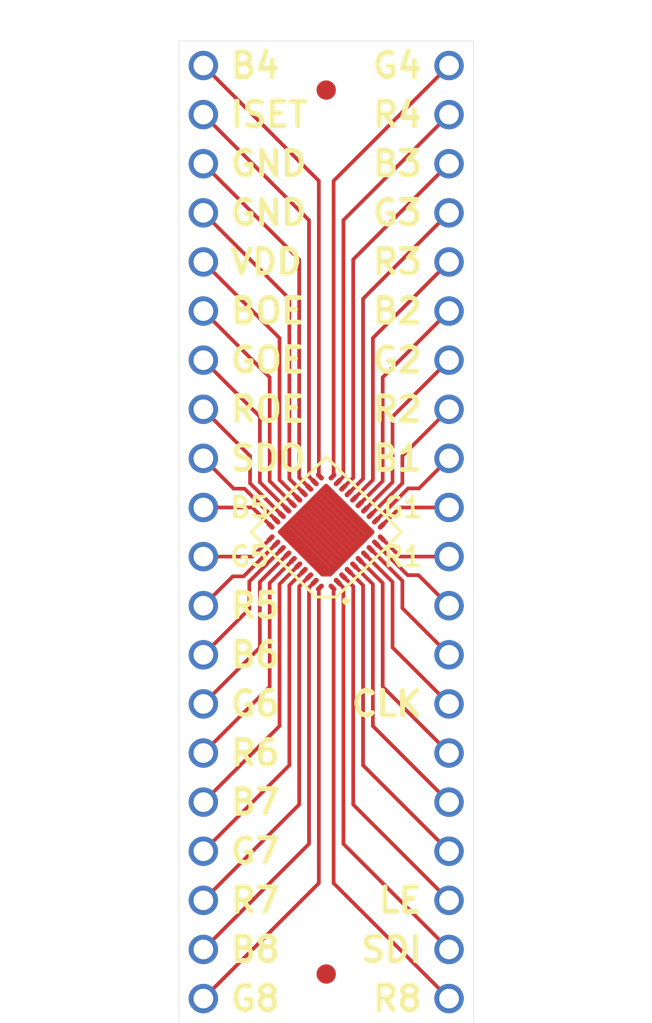
<source format=kicad_pcb>
(kicad_pcb (version 4) (host pcbnew 4.0.3-stable)

  (general
    (links 0)
    (no_connects 0)
    (area 117.627904 47.612 151.612096 104.126)
    (thickness 1.6)
    (drawings 39)
    (tracks 117)
    (zones 0)
    (modules 4)
    (nets 1)
  )

  (page USLetter)
  (title_block
    (title "ST LED2472G Breakout Board")
    (date 2016-08-31)
    (rev 1)
    (company Bulbtack)
  )

  (layers
    (0 F.Cu signal)
    (31 B.Cu signal)
    (32 B.Adhes user)
    (33 F.Adhes user)
    (34 B.Paste user)
    (35 F.Paste user)
    (36 B.SilkS user)
    (37 F.SilkS user)
    (38 B.Mask user)
    (39 F.Mask user)
    (40 Dwgs.User user)
    (41 Cmts.User user)
    (42 Eco1.User user)
    (43 Eco2.User user)
    (44 Edge.Cuts user)
    (45 Margin user)
    (46 B.CrtYd user)
    (47 F.CrtYd user)
    (48 B.Fab user)
    (49 F.Fab user)
  )

  (setup
    (last_trace_width 0.1905)
    (user_trace_width 0.1016)
    (user_trace_width 0.1905)
    (user_trace_width 0.254)
    (trace_clearance 0.1905)
    (zone_clearance 0.508)
    (zone_45_only no)
    (trace_min 0.1016)
    (segment_width 0.2)
    (edge_width 0.0254)
    (via_size 0.6)
    (via_drill 0.4)
    (via_min_size 0.4)
    (via_min_drill 0.3)
    (uvia_size 0.3)
    (uvia_drill 0.1)
    (uvias_allowed no)
    (uvia_min_size 0.2)
    (uvia_min_drill 0.1)
    (pcb_text_width 0.3)
    (pcb_text_size 1.5 1.5)
    (mod_edge_width 0.15)
    (mod_text_size 1 1)
    (mod_text_width 0.15)
    (pad_size 1.524 1.524)
    (pad_drill 0.762)
    (pad_to_mask_clearance 0.2)
    (aux_axis_origin 139.7 76.2)
    (grid_origin 139.7 76.2)
    (visible_elements 7FFEFFFF)
    (pcbplotparams
      (layerselection 0x010f8_80000001)
      (usegerberextensions false)
      (excludeedgelayer true)
      (linewidth 0.100000)
      (plotframeref false)
      (viasonmask false)
      (mode 1)
      (useauxorigin false)
      (hpglpennumber 1)
      (hpglpenspeed 20)
      (hpglpendiameter 15)
      (hpglpenoverlay 2)
      (psnegative false)
      (psa4output false)
      (plotreference true)
      (plotvalue true)
      (plotinvisibletext false)
      (padsonsilk false)
      (subtractmaskfromsilk false)
      (outputformat 1)
      (mirror false)
      (drillshape 0)
      (scaleselection 1)
      (outputdirectory exports/MLPG40-EP-5x5/))
  )

  (net 0 "")

  (net_class Default "This is the default net class."
    (clearance 0.1905)
    (trace_width 0.1905)
    (via_dia 0.6)
    (via_drill 0.4)
    (uvia_dia 0.3)
    (uvia_drill 0.1)
  )

  (net_class 10 ""
    (clearance 0.254)
    (trace_width 0.254)
    (via_dia 0.6)
    (via_drill 0.4)
    (uvia_dia 0.3)
    (uvia_drill 0.1)
  )

  (module "breakout-boards:2x20(x5)" (layer F.Cu) (tedit 57AABE66) (tstamp 57AABFA8)
    (at 147.32 101.6)
    (fp_text reference REF** (at 0 26.67) (layer F.SilkS) hide
      (effects (font (size 1 1) (thickness 0.15)))
    )
    (fp_text value "2x20(x5)" (at 0 -26.67) (layer F.Fab)
      (effects (font (size 1 1) (thickness 0.15)))
    )
    (pad 1 thru_hole circle (at 6.35 24.13) (size 1.524 1.524) (drill 1.016) (layers *.Cu *.Mask))
    (pad 2 thru_hole circle (at 6.35 21.59) (size 1.524 1.524) (drill 1.016) (layers *.Cu *.Mask))
    (pad 3 thru_hole circle (at 6.35 19.05) (size 1.524 1.524) (drill 1.016) (layers *.Cu *.Mask))
    (pad 4 thru_hole circle (at 6.35 16.51) (size 1.524 1.524) (drill 1.016) (layers *.Cu *.Mask))
    (pad 5 thru_hole circle (at 6.35 13.97) (size 1.524 1.524) (drill 1.016) (layers *.Cu *.Mask))
    (pad 6 thru_hole circle (at 6.35 11.43) (size 1.524 1.524) (drill 1.016) (layers *.Cu *.Mask))
    (pad 7 thru_hole circle (at 6.35 8.89) (size 1.524 1.524) (drill 1.016) (layers *.Cu *.Mask))
    (pad 8 thru_hole circle (at 6.35 6.35) (size 1.524 1.524) (drill 1.016) (layers *.Cu *.Mask))
    (pad 9 thru_hole circle (at 6.35 3.81) (size 1.524 1.524) (drill 1.016) (layers *.Cu *.Mask))
    (pad 10 thru_hole circle (at 6.35 1.27) (size 1.524 1.524) (drill 1.016) (layers *.Cu *.Mask))
    (pad 11 thru_hole circle (at 6.35 -1.27) (size 1.524 1.524) (drill 1.016) (layers *.Cu *.Mask))
    (pad 12 thru_hole circle (at 6.35 -3.81) (size 1.524 1.524) (drill 1.016) (layers *.Cu *.Mask))
    (pad 13 thru_hole circle (at 6.35 -6.35) (size 1.524 1.524) (drill 1.016) (layers *.Cu *.Mask))
    (pad 14 thru_hole circle (at 6.35 -8.89) (size 1.524 1.524) (drill 1.016) (layers *.Cu *.Mask))
    (pad 15 thru_hole circle (at 6.35 -11.43) (size 1.524 1.524) (drill 1.016) (layers *.Cu *.Mask))
    (pad 16 thru_hole circle (at 6.35 -13.97) (size 1.524 1.524) (drill 1.016) (layers *.Cu *.Mask))
    (pad 17 thru_hole circle (at 6.35 -16.51) (size 1.524 1.524) (drill 1.016) (layers *.Cu *.Mask))
    (pad 18 thru_hole circle (at 6.35 -19.05) (size 1.524 1.524) (drill 1.016) (layers *.Cu *.Mask))
    (pad 19 thru_hole circle (at 6.35 -21.59) (size 1.524 1.524) (drill 1.016) (layers *.Cu *.Mask))
    (pad 20 thru_hole circle (at 6.35 -24.13) (size 1.524 1.524) (drill 1.016) (layers *.Cu *.Mask))
    (pad 21 thru_hole circle (at -6.35 -24.13) (size 1.524 1.524) (drill 1.016) (layers *.Cu *.Mask))
    (pad 22 thru_hole circle (at -6.35 -21.59) (size 1.524 1.524) (drill 1.016) (layers *.Cu *.Mask))
    (pad 23 thru_hole circle (at -6.35 -19.05) (size 1.524 1.524) (drill 1.016) (layers *.Cu *.Mask))
    (pad 24 thru_hole circle (at -6.35 -16.51) (size 1.524 1.524) (drill 1.016) (layers *.Cu *.Mask))
    (pad 25 thru_hole circle (at -6.35 -13.97) (size 1.524 1.524) (drill 1.016) (layers *.Cu *.Mask))
    (pad 26 thru_hole circle (at -6.35 -11.43) (size 1.524 1.524) (drill 1.016) (layers *.Cu *.Mask))
    (pad 27 thru_hole circle (at -6.35 -8.89) (size 1.524 1.524) (drill 1.016) (layers *.Cu *.Mask))
    (pad 28 thru_hole circle (at -6.35 -6.35) (size 1.524 1.524) (drill 1.016) (layers *.Cu *.Mask))
    (pad 29 thru_hole circle (at -6.35 -3.81) (size 1.524 1.524) (drill 1.016) (layers *.Cu *.Mask))
    (pad 30 thru_hole circle (at -6.35 -1.27) (size 1.524 1.524) (drill 1.016) (layers *.Cu *.Mask))
    (pad 31 thru_hole circle (at -6.35 1.27) (size 1.524 1.524) (drill 1.016) (layers *.Cu *.Mask))
    (pad 32 thru_hole circle (at -6.35 3.81) (size 1.524 1.524) (drill 1.016) (layers *.Cu *.Mask))
    (pad 33 thru_hole circle (at -6.35 6.35) (size 1.524 1.524) (drill 1.016) (layers *.Cu *.Mask))
    (pad 34 thru_hole circle (at -6.35 8.89) (size 1.524 1.524) (drill 1.016) (layers *.Cu *.Mask))
    (pad 35 thru_hole circle (at -6.35 11.43) (size 1.524 1.524) (drill 1.016) (layers *.Cu *.Mask))
    (pad 36 thru_hole circle (at -6.35 13.97) (size 1.524 1.524) (drill 1.016) (layers *.Cu *.Mask))
    (pad 37 thru_hole circle (at -6.35 16.51) (size 1.524 1.524) (drill 1.016) (layers *.Cu *.Mask))
    (pad 38 thru_hole circle (at -6.35 19.05) (size 1.524 1.524) (drill 1.016) (layers *.Cu *.Mask))
    (pad 39 thru_hole circle (at -6.35 21.59) (size 1.524 1.524) (drill 1.016) (layers *.Cu *.Mask))
    (pad 40 thru_hole circle (at -6.35 24.13) (size 1.524 1.524) (drill 1.016) (layers *.Cu *.Mask))
  )

  (module breakout-boards:MLPQ40-EP-5x5 (layer F.Cu) (tedit 57AC0CBA) (tstamp 57AAC9F6)
    (at 147.32 101.6 315)
    (fp_text reference REF** (at 0 3.75 315) (layer F.SilkS) hide
      (effects (font (size 1 1) (thickness 0.15)))
    )
    (fp_text value MLPQ40-EP-5x5 (at 0 -3.75 315) (layer F.Fab)
      (effects (font (size 1 1) (thickness 0.15)))
    )
    (fp_line (start -1.75 -1.75) (end 1.75 -1.75) (layer F.Mask) (width 0.3))
    (fp_line (start -1.75 1.75) (end -1.75 -1.75) (layer F.Mask) (width 0.3))
    (fp_line (start 1.75 1.75) (end -1.75 1.75) (layer F.Mask) (width 0.3))
    (fp_line (start 1.75 -1.75) (end 1.75 1.75) (layer F.Mask) (width 0.3))
    (fp_circle (center 3.25 1.8) (end 3.35 1.8) (layer F.SilkS) (width 0.2))
    (fp_line (start 2.75 -2.75) (end -2.75 -2.75) (layer F.SilkS) (width 0.15))
    (fp_line (start -2.75 -2.75) (end -2.75 2.75) (layer F.SilkS) (width 0.15))
    (fp_line (start -2.75 2.75) (end 2 2.75) (layer F.SilkS) (width 0.15))
    (fp_line (start 2 2.75) (end 2.75 2) (layer F.SilkS) (width 0.15))
    (fp_line (start 2.75 2) (end 2.75 -2.75) (layer F.SilkS) (width 0.15))
    (fp_line (start -1.675 1.675) (end -1.675 -1.675) (layer F.Mask) (width 0.25))
    (fp_line (start 1.4 1.675) (end -1.675 1.675) (layer F.Mask) (width 0.25))
    (fp_line (start 1.675 -1.675) (end 1.675 1.4) (layer F.Mask) (width 0.25))
    (fp_line (start -1.675 -1.675) (end 1.675 -1.675) (layer F.Mask) (width 0.25))
    (fp_line (start 1.4 1.675) (end 1.675 1.4) (layer F.Mask) (width 0.25))
    (fp_line (start -1.55 -1.45) (end 1.55 -1.45) (layer F.Mask) (width 0.25))
    (fp_line (start -1.55 -1.2) (end 1.55 -1.2) (layer F.Mask) (width 0.25))
    (fp_line (start 1.55 -0.95) (end -1.55 -0.95) (layer F.Mask) (width 0.25))
    (fp_line (start -1.55 -0.7) (end 1.55 -0.7) (layer F.Mask) (width 0.25))
    (fp_line (start 1.55 -0.45) (end -1.55 -0.45) (layer F.Mask) (width 0.25))
    (fp_line (start -1.55 -0.2) (end 1.55 -0.2) (layer F.Mask) (width 0.25))
    (fp_line (start 1.55 0.05) (end -1.55 0.05) (layer F.Mask) (width 0.25))
    (fp_line (start -1.55 0.3) (end 1.55 0.3) (layer F.Mask) (width 0.25))
    (fp_line (start 1.55 0.55) (end -1.55 0.55) (layer F.Mask) (width 0.25))
    (fp_line (start -1.55 0.8) (end 1.55 0.8) (layer F.Mask) (width 0.25))
    (fp_line (start 1.55 1.05) (end -1.55 1.05) (layer F.Mask) (width 0.25))
    (fp_line (start -1.55 1.3) (end 1.55 1.3) (layer F.Mask) (width 0.25))
    (fp_line (start 1.45 1.5) (end -1.55 1.5) (layer F.Mask) (width 0.25))
    (fp_line (start 1.45 1.5) (end -1.55 1.5) (layer F.Cu) (width 0.25))
    (fp_line (start -1.55 1.3) (end 1.55 1.3) (layer F.Cu) (width 0.25))
    (fp_line (start 1.55 1.05) (end -1.55 1.05) (layer F.Cu) (width 0.25))
    (fp_line (start -1.55 0.8) (end 1.55 0.8) (layer F.Cu) (width 0.25))
    (fp_line (start 1.55 0.55) (end -1.55 0.55) (layer F.Cu) (width 0.25))
    (fp_line (start -1.55 0.3) (end 1.55 0.3) (layer F.Cu) (width 0.25))
    (fp_line (start 1.55 0.05) (end -1.55 0.05) (layer F.Cu) (width 0.25))
    (fp_line (start -1.55 -0.2) (end 1.55 -0.2) (layer F.Cu) (width 0.25))
    (fp_line (start 1.55 -0.45) (end -1.55 -0.45) (layer F.Cu) (width 0.25))
    (fp_line (start -1.55 -0.7) (end 1.55 -0.7) (layer F.Cu) (width 0.25))
    (fp_line (start 1.55 -0.95) (end -1.55 -0.95) (layer F.Cu) (width 0.25))
    (fp_line (start -1.55 -1.2) (end 1.55 -1.2) (layer F.Cu) (width 0.25))
    (fp_line (start -1.55 -1.45) (end 1.55 -1.45) (layer F.Cu) (width 0.25))
    (fp_line (start 1.4 1.675) (end 1.675 1.4) (layer F.Cu) (width 0.25))
    (fp_line (start -1.675 -1.675) (end 1.675 -1.675) (layer F.Cu) (width 0.25))
    (fp_line (start 1.675 -1.675) (end 1.675 1.4) (layer F.Cu) (width 0.25))
    (fp_line (start 1.4 1.675) (end -1.675 1.675) (layer F.Cu) (width 0.25))
    (fp_line (start -1.675 1.675) (end -1.675 -1.675) (layer F.Cu) (width 0.25))
    (pad 1 smd oval (at 2.2615 1.8 315) (size 0.477 0.25) (layers F.Cu F.Paste F.Mask))
    (pad 2 smd oval (at 2.25 1.4 315) (size 0.5 0.25) (layers F.Cu F.Paste F.Mask))
    (pad 3 smd oval (at 2.25 1 315) (size 0.5 0.25) (layers F.Cu F.Paste F.Mask))
    (pad 4 smd oval (at 2.25 0.6 315) (size 0.5 0.25) (layers F.Cu F.Paste F.Mask))
    (pad 5 smd oval (at 2.25 0.2 315) (size 0.5 0.25) (layers F.Cu F.Paste F.Mask))
    (pad 6 smd oval (at 2.25 -0.2 315) (size 0.5 0.25) (layers F.Cu F.Paste F.Mask))
    (pad 7 smd oval (at 2.25 -0.6 315) (size 0.5 0.25) (layers F.Cu F.Paste F.Mask))
    (pad 8 smd oval (at 2.25 -1 315) (size 0.5 0.25) (layers F.Cu F.Paste F.Mask))
    (pad 9 smd oval (at 2.25 -1.4 315) (size 0.5 0.25) (layers F.Cu F.Paste F.Mask))
    (pad 10 smd oval (at 2.2615 -1.8 315) (size 0.477 0.25) (layers F.Cu F.Paste F.Mask))
    (pad 11 smd oval (at 1.8 -2.2615 45) (size 0.477 0.25) (layers F.Cu F.Paste F.Mask))
    (pad 12 smd oval (at 1.4 -2.25 45) (size 0.5 0.25) (layers F.Cu F.Paste F.Mask))
    (pad 13 smd oval (at 1 -2.25 45) (size 0.5 0.25) (layers F.Cu F.Paste F.Mask))
    (pad 14 smd oval (at 0.6 -2.25 45) (size 0.5 0.25) (layers F.Cu F.Paste F.Mask))
    (pad 15 smd oval (at 0.2 -2.25 45) (size 0.5 0.25) (layers F.Cu F.Paste F.Mask))
    (pad 16 smd oval (at -0.2 -2.25 45) (size 0.5 0.25) (layers F.Cu F.Paste F.Mask))
    (pad 17 smd oval (at -0.6 -2.25 45) (size 0.5 0.25) (layers F.Cu F.Paste F.Mask))
    (pad 18 smd oval (at -1 -2.25 45) (size 0.5 0.25) (layers F.Cu F.Paste F.Mask))
    (pad 19 smd oval (at -1.4 -2.25 45) (size 0.5 0.25) (layers F.Cu F.Paste F.Mask))
    (pad 20 smd oval (at -1.8 -2.2615 45) (size 0.477 0.25) (layers F.Cu F.Paste F.Mask))
    (pad 21 smd oval (at -2.2615 -1.8 315) (size 0.477 0.25) (layers F.Cu F.Paste F.Mask))
    (pad 22 smd oval (at -2.25 -1.4 315) (size 0.5 0.25) (layers F.Cu F.Paste F.Mask))
    (pad 23 smd oval (at -2.25 -1 315) (size 0.5 0.25) (layers F.Cu F.Paste F.Mask))
    (pad 24 smd oval (at -2.25 -0.6 315) (size 0.5 0.25) (layers F.Cu F.Paste F.Mask))
    (pad 25 smd oval (at -2.25 -0.2 315) (size 0.5 0.25) (layers F.Cu F.Paste F.Mask))
    (pad 26 smd oval (at -2.25 0.2 315) (size 0.5 0.25) (layers F.Cu F.Paste F.Mask))
    (pad 27 smd oval (at -2.25 0.6 315) (size 0.5 0.25) (layers F.Cu F.Paste F.Mask))
    (pad 28 smd oval (at -2.25 1 315) (size 0.5 0.25) (layers F.Cu F.Paste F.Mask))
    (pad 29 smd oval (at -2.25 1.4 315) (size 0.5 0.25) (layers F.Cu F.Paste F.Mask))
    (pad 30 smd oval (at -2.2615 1.8 315) (size 0.477 0.25) (layers F.Cu F.Paste F.Mask))
    (pad 31 smd oval (at -1.8 2.2615 45) (size 0.477 0.25) (layers F.Cu F.Paste F.Mask))
    (pad 32 smd oval (at -1.4 2.25 45) (size 0.5 0.25) (layers F.Cu F.Paste F.Mask))
    (pad 33 smd oval (at -1 2.25 45) (size 0.5 0.25) (layers F.Cu F.Paste F.Mask))
    (pad 34 smd oval (at -0.6 2.25 45) (size 0.5 0.25) (layers F.Cu F.Paste F.Mask))
    (pad 35 smd oval (at -0.2 2.25 45) (size 0.5 0.25) (layers F.Cu F.Paste F.Mask))
    (pad 36 smd oval (at 0.2 2.25 45) (size 0.5 0.25) (layers F.Cu F.Paste F.Mask))
    (pad 37 smd oval (at 0.6 2.25 45) (size 0.5 0.25) (layers F.Cu F.Paste F.Mask))
    (pad 38 smd oval (at 1 2.25 45) (size 0.5 0.25) (layers F.Cu F.Paste F.Mask))
    (pad 39 smd oval (at 1.4 2.25 45) (size 0.5 0.25) (layers F.Cu F.Paste F.Mask))
    (pad 40 smd oval (at 1.8 2.2615 45) (size 0.477 0.25) (layers F.Cu F.Paste F.Mask))
  )

  (module Fiducials:Fiducial_1mm_Dia_2.54mm_Outer_CopperTop (layer F.Cu) (tedit 57AC0993) (tstamp 57AC096F)
    (at 147.32 124.46)
    (descr "Circular Fiducial, 1mm bare copper top; 2.54mm keepout")
    (tags marker)
    (attr virtual)
    (fp_text reference REF** (at 4.699 3.937) (layer F.SilkS) hide
      (effects (font (size 1 1) (thickness 0.15)))
    )
    (fp_text value Fiducial_1mm_Dia_2.54mm_Outer_CopperTop (at 0 -1.8) (layer F.Fab)
      (effects (font (size 1 1) (thickness 0.15)))
    )
    (fp_circle (center 0 0) (end 1.55 0) (layer F.CrtYd) (width 0.05))
    (pad ~ smd circle (at 0 0) (size 1 1) (layers F.Cu F.Mask)
      (solder_mask_margin 0.77) (clearance 0.77))
  )

  (module Fiducials:Fiducial_1mm_Dia_2.54mm_Outer_CopperTop (layer F.Cu) (tedit 57AC09A0) (tstamp 57AC097A)
    (at 147.32 78.74)
    (descr "Circular Fiducial, 1mm bare copper top; 2.54mm keepout")
    (tags marker)
    (attr virtual)
    (fp_text reference REF** (at 2.794 -4.699) (layer F.SilkS) hide
      (effects (font (size 1 1) (thickness 0.15)))
    )
    (fp_text value Fiducial_1mm_Dia_2.54mm_Outer_CopperTop (at 0 -1.8) (layer F.Fab)
      (effects (font (size 1 1) (thickness 0.15)))
    )
    (fp_circle (center 0 0) (end 1.55 0) (layer F.CrtYd) (width 0.05))
    (pad ~ smd circle (at 0 0) (size 1 1) (layers F.Cu F.Mask)
      (solder_mask_margin 0.77) (clearance 0.77))
  )

  (gr_text G5 (at 142.24 102.87) (layer F.SilkS) (tstamp 57AD48FC)
    (effects (font (size 1.016 1.016) (thickness 0.1905)) (justify left))
  )
  (gr_text B5 (at 142.24 100.33) (layer F.SilkS) (tstamp 57AD48F8)
    (effects (font (size 1.016 1.016) (thickness 0.1905)) (justify left))
  )
  (gr_text B4 (at 142.24 77.47) (layer F.SilkS) (tstamp 57AD48F4)
    (effects (font (size 1.27 1.27) (thickness 0.254)) (justify left))
  )
  (gr_text ISET (at 142.24 80.01) (layer F.SilkS) (tstamp 57AD48F2)
    (effects (font (size 1.27 1.27) (thickness 0.254)) (justify left))
  )
  (gr_text GND (at 142.24 82.55) (layer F.SilkS) (tstamp 57AD48F0)
    (effects (font (size 1.27 1.27) (thickness 0.254)) (justify left))
  )
  (gr_text GND (at 142.24 85.09) (layer F.SilkS) (tstamp 57AD48EF)
    (effects (font (size 1.27 1.27) (thickness 0.254)) (justify left))
  )
  (gr_text VDD (at 142.24 87.63) (layer F.SilkS) (tstamp 57AD48ED)
    (effects (font (size 1.27 1.27) (thickness 0.254)) (justify left))
  )
  (gr_text BOE (at 142.24 90.17) (layer F.SilkS) (tstamp 57AD48EB)
    (effects (font (size 1.27 1.27) (thickness 0.254)) (justify left))
  )
  (gr_text GOE (at 142.24 92.71) (layer F.SilkS) (tstamp 57AD48E9)
    (effects (font (size 1.27 1.27) (thickness 0.254)) (justify left))
  )
  (gr_text ROE (at 142.24 95.25) (layer F.SilkS) (tstamp 57AD48E7)
    (effects (font (size 1.27 1.27) (thickness 0.254)) (justify left))
  )
  (gr_text SDO (at 142.24 97.79) (layer F.SilkS) (tstamp 57AD48E5)
    (effects (font (size 1.27 1.27) (thickness 0.254)) (justify left))
  )
  (gr_text R5 (at 142.24 105.41) (layer F.SilkS) (tstamp 57AD48E2)
    (effects (font (size 1.27 1.27) (thickness 0.254)) (justify left))
  )
  (gr_text B6 (at 142.24 107.95) (layer F.SilkS) (tstamp 57AD48E1)
    (effects (font (size 1.27 1.27) (thickness 0.254)) (justify left))
  )
  (gr_text G6 (at 142.24 110.49) (layer F.SilkS) (tstamp 57AD48E0)
    (effects (font (size 1.27 1.27) (thickness 0.254)) (justify left))
  )
  (gr_text R6 (at 142.24 113.03) (layer F.SilkS) (tstamp 57AD48DE)
    (effects (font (size 1.27 1.27) (thickness 0.254)) (justify left))
  )
  (gr_text B7 (at 142.24 115.57) (layer F.SilkS) (tstamp 57AD48DC)
    (effects (font (size 1.27 1.27) (thickness 0.254)) (justify left))
  )
  (gr_text G7 (at 142.24 118.11) (layer F.SilkS) (tstamp 57AD48D5)
    (effects (font (size 1.27 1.27) (thickness 0.254)) (justify left))
  )
  (gr_text R7 (at 142.24 120.65) (layer F.SilkS) (tstamp 57AD48D3)
    (effects (font (size 1.27 1.27) (thickness 0.254)) (justify left))
  )
  (gr_text B8 (at 142.24 123.19) (layer F.SilkS) (tstamp 57AD48D2)
    (effects (font (size 1.27 1.27) (thickness 0.254)) (justify left))
  )
  (gr_text G8 (at 142.24 125.73) (layer F.SilkS) (tstamp 57AD48C4)
    (effects (font (size 1.27 1.27) (thickness 0.254)) (justify left))
  )
  (gr_text R1 (at 152.4 102.87) (layer F.SilkS) (tstamp 57AD4883)
    (effects (font (size 1.016 1.016) (thickness 0.1905)) (justify right))
  )
  (gr_text G1 (at 152.4 100.33) (layer F.SilkS) (tstamp 57AD4880)
    (effects (font (size 1.016 1.016) (thickness 0.1905)) (justify right))
  )
  (gr_text G4 (at 152.4 77.47) (layer F.SilkS) (tstamp 57AD4754)
    (effects (font (size 1.27 1.27) (thickness 0.254)) (justify right))
  )
  (gr_text R4 (at 152.4 80.01) (layer F.SilkS) (tstamp 57AD4752)
    (effects (font (size 1.27 1.27) (thickness 0.254)) (justify right))
  )
  (gr_text B3 (at 152.4 82.55) (layer F.SilkS) (tstamp 57AD474F)
    (effects (font (size 1.27 1.27) (thickness 0.254)) (justify right))
  )
  (gr_text G3 (at 152.4 85.09) (layer F.SilkS) (tstamp 57AD474D)
    (effects (font (size 1.27 1.27) (thickness 0.254)) (justify right))
  )
  (gr_text R3 (at 152.4 87.63) (layer F.SilkS) (tstamp 57AD474B)
    (effects (font (size 1.27 1.27) (thickness 0.254)) (justify right))
  )
  (gr_text B2 (at 152.4 90.17) (layer F.SilkS) (tstamp 57AD4749)
    (effects (font (size 1.27 1.27) (thickness 0.254)) (justify right))
  )
  (gr_text G2 (at 152.4 92.71) (layer F.SilkS) (tstamp 57AD4747)
    (effects (font (size 1.27 1.27) (thickness 0.254)) (justify right))
  )
  (gr_text R2 (at 152.4 95.25) (layer F.SilkS) (tstamp 57AD4744)
    (effects (font (size 1.27 1.27) (thickness 0.254)) (justify right))
  )
  (gr_text B1 (at 152.4 97.79) (layer F.SilkS) (tstamp 57AD473D)
    (effects (font (size 1.27 1.27) (thickness 0.254)) (justify right))
  )
  (gr_text CLK (at 152.4 110.49) (layer F.SilkS) (tstamp 57AD4735)
    (effects (font (size 1.27 1.27) (thickness 0.254)) (justify right))
  )
  (gr_text LE (at 152.4 120.65) (layer F.SilkS) (tstamp 57AD4718)
    (effects (font (size 1.27 1.27) (thickness 0.254)) (justify right))
  )
  (gr_text SDI (at 152.4 123.19) (layer F.SilkS)
    (effects (font (size 1.27 1.27) (thickness 0.254)) (justify right))
  )
  (gr_text R8 (at 152.4 125.73) (layer F.SilkS)
    (effects (font (size 1.27 1.27) (thickness 0.254)) (justify right))
  )
  (gr_line (start 139.7 127) (end 139.7 76.2) (angle 90) (layer Edge.Cuts) (width 0.0254))
  (gr_line (start 154.94 127) (end 139.7 127) (angle 90) (layer Edge.Cuts) (width 0.0254))
  (gr_line (start 154.94 76.2) (end 154.94 127) (angle 90) (layer Edge.Cuts) (width 0.0254))
  (gr_line (start 139.7 76.2) (end 154.94 76.2) (angle 90) (layer Edge.Cuts) (width 0.0254))

  (segment (start 149.90094 102.201041) (end 151.530019 103.83012) (width 0.1905) (layer F.Cu) (net 0))
  (segment (start 151.530019 103.83012) (end 152.09012 103.83012) (width 0.1905) (layer F.Cu) (net 0))
  (segment (start 152.09012 103.83012) (end 153.67 105.41) (width 0.1905) (layer F.Cu) (net 0))
  (segment (start 149.90094 100.998959) (end 151.557959 99.34194) (width 0.1905) (layer F.Cu) (net 0))
  (segment (start 151.557959 99.34194) (end 152.11806 99.34194) (width 0.1905) (layer F.Cu) (net 0))
  (segment (start 152.11806 99.34194) (end 153.67 97.79) (width 0.1905) (layer F.Cu) (net 0))
  (segment (start 144.73906 100.998959) (end 143.097281 99.35718) (width 0.1905) (layer F.Cu) (net 0))
  (segment (start 143.097281 99.35718) (end 142.53718 99.35718) (width 0.1905) (layer F.Cu) (net 0))
  (segment (start 142.53718 99.35718) (end 140.97 97.79) (width 0.1905) (layer F.Cu) (net 0))
  (segment (start 144.73906 102.201041) (end 143.049021 103.89108) (width 0.1905) (layer F.Cu) (net 0))
  (segment (start 142.48892 103.89108) (end 140.97 105.41) (width 0.1905) (layer F.Cu) (net 0))
  (segment (start 143.049021 103.89108) (end 142.48892 103.89108) (width 0.1905) (layer F.Cu) (net 0))
  (segment (start 149.618097 100.716117) (end 151.257 99.077214) (width 0.1905) (layer F.Cu) (net 0))
  (segment (start 151.257 99.077214) (end 151.257 97.663) (width 0.1905) (layer F.Cu) (net 0))
  (segment (start 151.257 97.663) (end 153.67 95.25) (width 0.1905) (layer F.Cu) (net 0))
  (segment (start 149.335254 100.433274) (end 150.749 99.019528) (width 0.1905) (layer F.Cu) (net 0))
  (segment (start 150.749 99.019528) (end 150.749 95.631) (width 0.1905) (layer F.Cu) (net 0))
  (segment (start 150.749 95.631) (end 153.67 92.71) (width 0.1905) (layer F.Cu) (net 0))
  (segment (start 149.052412 100.150431) (end 150.241 98.961843) (width 0.1905) (layer F.Cu) (net 0))
  (segment (start 150.241 98.961843) (end 150.241 93.599) (width 0.1905) (layer F.Cu) (net 0))
  (segment (start 150.241 93.599) (end 153.67 90.17) (width 0.1905) (layer F.Cu) (net 0))
  (segment (start 148.769569 99.867588) (end 149.733 98.904157) (width 0.1905) (layer F.Cu) (net 0))
  (segment (start 149.733 98.904157) (end 149.733 91.567) (width 0.1905) (layer F.Cu) (net 0))
  (segment (start 149.733 91.567) (end 153.67 87.63) (width 0.1905) (layer F.Cu) (net 0))
  (segment (start 148.486726 99.584746) (end 149.225 98.846472) (width 0.1905) (layer F.Cu) (net 0))
  (segment (start 149.225 98.846472) (end 149.225 89.535) (width 0.1905) (layer F.Cu) (net 0))
  (segment (start 149.225 89.535) (end 153.67 85.09) (width 0.1905) (layer F.Cu) (net 0))
  (segment (start 148.203883 99.301903) (end 148.717 98.788786) (width 0.1905) (layer F.Cu) (net 0))
  (segment (start 148.717 98.788786) (end 148.717 87.503) (width 0.1905) (layer F.Cu) (net 0))
  (segment (start 148.717 87.503) (end 153.67 82.55) (width 0.1905) (layer F.Cu) (net 0))
  (segment (start 147.921041 99.01906) (end 148.209 98.731101) (width 0.1905) (layer F.Cu) (net 0))
  (segment (start 148.209 98.731101) (end 148.209 85.471) (width 0.1905) (layer F.Cu) (net 0))
  (segment (start 148.209 85.471) (end 153.67 80.01) (width 0.1905) (layer F.Cu) (net 0))
  (segment (start 145.021903 100.716117) (end 143.383 99.077214) (width 0.1905) (layer F.Cu) (net 0))
  (segment (start 143.383 99.077214) (end 143.383 97.663) (width 0.1905) (layer F.Cu) (net 0))
  (segment (start 143.383 97.663) (end 140.97 95.25) (width 0.1905) (layer F.Cu) (net 0))
  (segment (start 145.304746 100.433274) (end 143.891 99.019528) (width 0.1905) (layer F.Cu) (net 0))
  (segment (start 143.891 99.019528) (end 143.891 95.631) (width 0.1905) (layer F.Cu) (net 0))
  (segment (start 143.891 95.631) (end 140.97 92.71) (width 0.1905) (layer F.Cu) (net 0))
  (segment (start 145.587588 100.150431) (end 144.399 98.961843) (width 0.1905) (layer F.Cu) (net 0))
  (segment (start 144.399 98.961843) (end 144.399 93.599) (width 0.1905) (layer F.Cu) (net 0))
  (segment (start 144.399 93.599) (end 140.97 90.17) (width 0.1905) (layer F.Cu) (net 0))
  (segment (start 145.870431 99.867588) (end 144.907 98.904157) (width 0.1905) (layer F.Cu) (net 0))
  (segment (start 144.907 98.904157) (end 144.907 91.567) (width 0.1905) (layer F.Cu) (net 0))
  (segment (start 144.907 91.567) (end 140.97 87.63) (width 0.1905) (layer F.Cu) (net 0))
  (segment (start 146.153274 99.584746) (end 145.415 98.846472) (width 0.1905) (layer F.Cu) (net 0))
  (segment (start 145.415 98.846472) (end 145.415 89.535) (width 0.1905) (layer F.Cu) (net 0))
  (segment (start 145.415 89.535) (end 140.97 85.09) (width 0.1905) (layer F.Cu) (net 0))
  (segment (start 146.436117 99.301903) (end 145.923 98.788786) (width 0.1905) (layer F.Cu) (net 0))
  (segment (start 145.923 98.788786) (end 145.923 87.503) (width 0.1905) (layer F.Cu) (net 0))
  (segment (start 145.923 87.503) (end 140.97 82.55) (width 0.1905) (layer F.Cu) (net 0))
  (segment (start 146.718959 99.01906) (end 146.431 98.731101) (width 0.1905) (layer F.Cu) (net 0))
  (segment (start 146.431 98.731101) (end 146.431 85.471) (width 0.1905) (layer F.Cu) (net 0))
  (segment (start 146.431 85.471) (end 140.97 80.01) (width 0.1905) (layer F.Cu) (net 0))
  (segment (start 146.99367 98.728086) (end 146.939 98.673416) (width 0.1905) (layer F.Cu) (net 0))
  (segment (start 146.939 98.673416) (end 146.939 83.439) (width 0.1905) (layer F.Cu) (net 0))
  (segment (start 146.939 83.439) (end 140.97 77.47) (width 0.1905) (layer F.Cu) (net 0))
  (segment (start 147.64633 98.728086) (end 147.701 98.673416) (width 0.1905) (layer F.Cu) (net 0))
  (segment (start 147.701 98.673416) (end 147.701 83.439) (width 0.1905) (layer F.Cu) (net 0))
  (segment (start 147.701 83.439) (end 153.67 77.47) (width 0.1905) (layer F.Cu) (net 0))
  (segment (start 144.448086 101.27367) (end 143.504416 100.33) (width 0.1905) (layer F.Cu) (net 0))
  (segment (start 143.504416 100.33) (end 140.97 100.33) (width 0.1905) (layer F.Cu) (net 0))
  (segment (start 144.448086 101.92633) (end 143.504416 102.87) (width 0.1905) (layer F.Cu) (net 0))
  (segment (start 143.504416 102.87) (end 140.97 102.87) (width 0.1905) (layer F.Cu) (net 0))
  (segment (start 143.3449 104.160886) (end 143.3449 105.5751) (width 0.1905) (layer F.Cu) (net 0))
  (segment (start 143.3449 105.5751) (end 140.97 107.95) (width 0.1905) (layer F.Cu) (net 0))
  (segment (start 145.021903 102.483883) (end 143.3449 104.160886) (width 0.1905) (layer F.Cu) (net 0))
  (segment (start 145.304746 102.766726) (end 143.891 104.180472) (width 0.1905) (layer F.Cu) (net 0))
  (segment (start 143.891 104.180472) (end 143.891 107.569) (width 0.1905) (layer F.Cu) (net 0))
  (segment (start 143.891 107.569) (end 140.97 110.49) (width 0.1905) (layer F.Cu) (net 0))
  (segment (start 145.587588 103.049569) (end 144.399 104.238157) (width 0.1905) (layer F.Cu) (net 0))
  (segment (start 144.399 104.238157) (end 144.399 109.601) (width 0.1905) (layer F.Cu) (net 0))
  (segment (start 144.399 109.601) (end 140.97 113.03) (width 0.1905) (layer F.Cu) (net 0))
  (segment (start 145.870431 103.332412) (end 144.907 104.295843) (width 0.1905) (layer F.Cu) (net 0))
  (segment (start 144.907 104.295843) (end 144.907 111.633) (width 0.1905) (layer F.Cu) (net 0))
  (segment (start 144.907 111.633) (end 140.97 115.57) (width 0.1905) (layer F.Cu) (net 0))
  (segment (start 146.153274 103.615254) (end 145.415 104.353528) (width 0.1905) (layer F.Cu) (net 0))
  (segment (start 145.415 104.353528) (end 145.415 113.665) (width 0.1905) (layer F.Cu) (net 0))
  (segment (start 145.415 113.665) (end 140.97 118.11) (width 0.1905) (layer F.Cu) (net 0))
  (segment (start 146.436117 103.898097) (end 145.923 104.411214) (width 0.1905) (layer F.Cu) (net 0))
  (segment (start 145.923 104.411214) (end 145.923 115.697) (width 0.1905) (layer F.Cu) (net 0))
  (segment (start 145.923 115.697) (end 140.97 120.65) (width 0.1905) (layer F.Cu) (net 0))
  (segment (start 146.718959 104.18094) (end 146.431 104.468899) (width 0.1905) (layer F.Cu) (net 0))
  (segment (start 146.431 104.468899) (end 146.431 117.729) (width 0.1905) (layer F.Cu) (net 0))
  (segment (start 146.431 117.729) (end 140.97 123.19) (width 0.1905) (layer F.Cu) (net 0))
  (segment (start 146.99367 104.471914) (end 146.939 104.526584) (width 0.1905) (layer F.Cu) (net 0))
  (segment (start 146.939 104.526584) (end 146.939 119.761) (width 0.1905) (layer F.Cu) (net 0))
  (segment (start 146.939 119.761) (end 140.97 125.73) (width 0.1905) (layer F.Cu) (net 0))
  (segment (start 149.335254 102.766726) (end 150.749 104.180472) (width 0.1905) (layer F.Cu) (net 0))
  (segment (start 150.749 104.180472) (end 150.749 107.569) (width 0.1905) (layer F.Cu) (net 0))
  (segment (start 150.749 107.569) (end 153.67 110.49) (width 0.1905) (layer F.Cu) (net 0))
  (segment (start 149.618097 102.483883) (end 151.257 104.122786) (width 0.1905) (layer F.Cu) (net 0))
  (segment (start 151.257 104.122786) (end 151.257 105.537) (width 0.1905) (layer F.Cu) (net 0))
  (segment (start 151.257 105.537) (end 153.67 107.95) (width 0.1905) (layer F.Cu) (net 0))
  (segment (start 149.052412 103.049569) (end 150.241 104.238157) (width 0.1905) (layer F.Cu) (net 0))
  (segment (start 150.241 104.238157) (end 150.241 109.601) (width 0.1905) (layer F.Cu) (net 0))
  (segment (start 150.241 109.601) (end 153.67 113.03) (width 0.1905) (layer F.Cu) (net 0))
  (segment (start 148.769569 103.332412) (end 149.733 104.295843) (width 0.1905) (layer F.Cu) (net 0))
  (segment (start 149.733 104.295843) (end 149.733 111.633) (width 0.1905) (layer F.Cu) (net 0))
  (segment (start 149.733 111.633) (end 153.67 115.57) (width 0.1905) (layer F.Cu) (net 0))
  (segment (start 148.486726 103.615254) (end 149.225 104.353528) (width 0.1905) (layer F.Cu) (net 0))
  (segment (start 149.225 104.353528) (end 149.225 113.665) (width 0.1905) (layer F.Cu) (net 0))
  (segment (start 149.225 113.665) (end 153.67 118.11) (width 0.1905) (layer F.Cu) (net 0))
  (segment (start 148.203883 103.898097) (end 148.717 104.411214) (width 0.1905) (layer F.Cu) (net 0))
  (segment (start 148.717 104.411214) (end 148.717 115.697) (width 0.1905) (layer F.Cu) (net 0))
  (segment (start 148.717 115.697) (end 153.67 120.65) (width 0.1905) (layer F.Cu) (net 0))
  (segment (start 147.64633 104.471914) (end 147.701 104.526584) (width 0.1905) (layer F.Cu) (net 0))
  (segment (start 147.701 104.526584) (end 147.701 119.761) (width 0.1905) (layer F.Cu) (net 0))
  (segment (start 147.701 119.761) (end 153.67 125.73) (width 0.1905) (layer F.Cu) (net 0))
  (segment (start 147.921041 104.18094) (end 147.921041 104.182241) (width 0.1905) (layer F.Cu) (net 0))
  (segment (start 147.921041 104.182241) (end 148.209 104.4702) (width 0.1905) (layer F.Cu) (net 0))
  (segment (start 148.209 104.4702) (end 148.209 117.729) (width 0.1905) (layer F.Cu) (net 0))
  (segment (start 148.209 117.729) (end 153.67 123.19) (width 0.1905) (layer F.Cu) (net 0))
  (segment (start 150.191914 101.27367) (end 151.135584 100.33) (width 0.1905) (layer F.Cu) (net 0))
  (segment (start 151.135584 100.33) (end 153.67 100.33) (width 0.1905) (layer F.Cu) (net 0))
  (segment (start 150.191914 101.92633) (end 151.135584 102.87) (width 0.1905) (layer F.Cu) (net 0))
  (segment (start 151.135584 102.87) (end 153.67 102.87) (width 0.1905) (layer F.Cu) (net 0))

)

</source>
